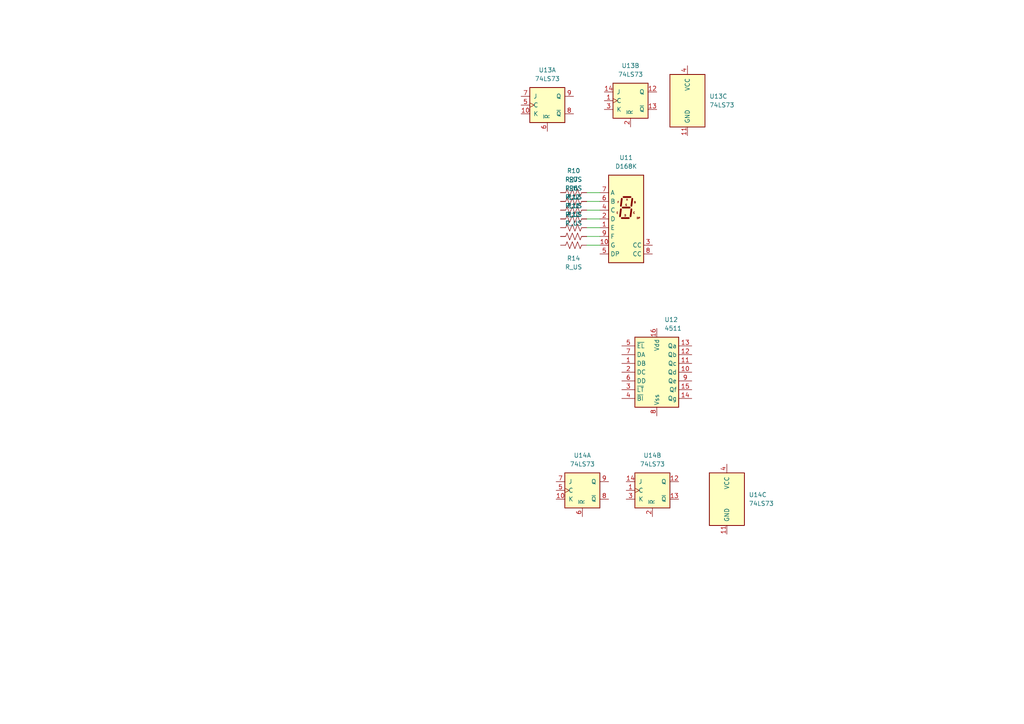
<source format=kicad_sch>
(kicad_sch (version 20230121) (generator eeschema)
  (paper "A4")
  (lib_symbols
    (symbol "4xxx_IEEE:4511"
      (property "Reference" "U" (at 8.89 11.43 0))
      (property "Value" "4511" (at 8.89 -11.43 0))
      (symbol "4511_0_1"
        (rectangle (start -6.35 10.16) (end 6.35 -10.16) (stroke (width 0.254)) (fill (type background)))
      )
      (symbol "4511_1_1"
        (pin input line (at -10.16 2.54 0) (length 3.81) (name "DB") (number "1"))
        (pin output line (at 10.16 0 180) (length 3.81) (name "Qd") (number "10"))
        (pin output line (at 10.16 2.54 180) (length 3.81) (name "Qc") (number "11"))
        (pin output line (at 10.16 5.08 180) (length 3.81) (name "Qb") (number "12"))
        (pin output line (at 10.16 7.62 180) (length 3.81) (name "Qa") (number "13"))
        (pin output line (at 10.16 -7.62 180) (length 3.81) (name "Qg") (number "14"))
        (pin output line (at 10.16 -5.08 180) (length 3.81) (name "Qf") (number "15"))
        (pin power_in line (at 0 12.7 270) (length 2.54) (name "Vdd") (number "16"))
        (pin input line (at -10.16 0 0) (length 3.81) (name "DC") (number "2"))
        (pin input line (at -10.16 -5.08 0) (length 3.81) (name "~{LT}") (number "3"))
        (pin input line (at -10.16 -7.62 0) (length 3.81) (name "~{BI}") (number "4"))
        (pin input line (at -10.16 7.62 0) (length 3.81) (name "~{EL}") (number "5"))
        (pin input line (at -10.16 -2.54 0) (length 3.81) (name "DD") (number "6"))
        (pin input line (at -10.16 5.08 0) (length 3.81) (name "DA") (number "7"))
        (pin power_in line (at 0 -12.7 90) (length 2.54) (name "Vss") (number "8"))
        (pin output line (at 10.16 -2.54 180) (length 3.81) (name "Qe") (number "9"))
      )
    )
    (symbol "74xx:74LS73" (pin_names (offset 1.016))
      (property "Reference" "U" (at -7.62 8.89 0))
      (property "Value" "74LS73" (at -7.62 -8.89 0))
      (symbol "74LS73_1_0"
        (pin input line (at -7.62 -2.54 0) (length 2.54) (name "K") (number "10"))
        (pin input clock (at -7.62 0 0) (length 2.54) (name "C") (number "5"))
        (pin input line (at 0 -7.62 90) (length 2.54) (name "~{R}") (number "6"))
        (pin input line (at -7.62 2.54 0) (length 2.54) (name "J") (number "7"))
        (pin output line (at 7.62 -2.54 180) (length 2.54) (name "~{Q}") (number "8"))
        (pin output line (at 7.62 2.54 180) (length 2.54) (name "Q") (number "9"))
      )
      (symbol "74LS73_1_1"
        (rectangle (start -5.08 5.08) (end 5.08 -5.08) (stroke (width 0.254)) (fill (type background)))
      )
      (symbol "74LS73_2_0"
        (pin input clock (at -7.62 0 0) (length 2.54) (name "C") (number "1"))
        (pin output line (at 7.62 2.54 180) (length 2.54) (name "Q") (number "12"))
        (pin output line (at 7.62 -2.54 180) (length 2.54) (name "~{Q}") (number "13"))
        (pin input line (at -7.62 2.54 0) (length 2.54) (name "J") (number "14"))
        (pin input line (at 0 -7.62 90) (length 2.54) (name "~{R}") (number "2"))
        (pin input line (at -7.62 -2.54 0) (length 2.54) (name "K") (number "3"))
      )
      (symbol "74LS73_2_1"
        (rectangle (start -5.08 5.08) (end 5.08 -5.08) (stroke (width 0.254)) (fill (type background)))
      )
      (symbol "74LS73_3_0"
        (pin power_in line (at 0 -10.16 90) (length 2.54) (name "GND") (number "11"))
        (pin power_in line (at 0 10.16 270) (length 2.54) (name "VCC") (number "4"))
      )
      (symbol "74LS73_3_1"
        (rectangle (start -5.08 7.62) (end 5.08 -7.62) (stroke (width 0.254)) (fill (type background)))
      )
    )
    (symbol "Device:R_US" (pin_numbers hide) (pin_names (offset 0))
      (property "Reference" "R" (at 2.54 0 90))
      (property "Value" "R_US" (at -2.54 0 90))
      (symbol "R_US_0_1"
        (polyline (pts (xy 0 -2.286) (xy 0 -2.54)))
        (polyline (pts (xy 0 2.286) (xy 0 2.54)))
        (polyline (pts (xy 0 -0.762) (xy 1.016 -1.143) (xy 0 -1.524) (xy -1.016 -1.905) (xy 0 -2.286)))
        (polyline (pts (xy 0 0.762) (xy 1.016 0.381) (xy 0 0) (xy -1.016 -0.381) (xy 0 -0.762)))
        (polyline (pts (xy 0 2.286) (xy 1.016 1.905) (xy 0 1.524) (xy -1.016 1.143) (xy 0 0.762)))
      )
      (symbol "R_US_1_1"
        (pin passive line (at 0 3.81 270) (length 1.27) (name "~") (number "1"))
        (pin passive line (at 0 -3.81 90) (length 1.27) (name "~") (number "2"))
      )
    )
    (symbol "Display_Character:D168K"
      (property "Reference" "U" (at -2.54 13.97 0))
      (property "Value" "D168K" (at 1.27 13.97 0))
      (symbol "D168K_0_0"
        (text "A" (at 0.254 5.588 0) (effects (font (size 0.508 0.508))))
        (text "B" (at 2.54 4.826 0) (effects (font (size 0.508 0.508))))
        (text "C" (at 2.286 1.778 0) (effects (font (size 0.508 0.508))))
        (text "D" (at -0.254 1.016 0) (effects (font (size 0.508 0.508))))
        (text "DP" (at 3.556 0.254 0) (effects (font (size 0.508 0.508))))
        (text "E" (at -2.54 1.778 0) (effects (font (size 0.508 0.508))))
        (text "F" (at -2.286 4.826 0) (effects (font (size 0.508 0.508))))
        (text "G" (at 0 4.064 0) (effects (font (size 0.508 0.508))))
      )
      (symbol "D168K_0_1"
        (rectangle (start -5.08 12.7) (end 5.08 -12.7) (stroke (width 0.254)) (fill (type background)))
        (polyline (pts (xy -1.524 2.794) (xy -1.778 0.762)) (stroke (width 0.508)))
        (polyline (pts (xy -1.27 0.254) (xy 0.762 0.254)) (stroke (width 0.508)))
        (polyline (pts (xy -1.27 5.842) (xy -1.524 3.81)) (stroke (width 0.508)))
        (polyline (pts (xy -1.016 3.302) (xy 1.016 3.302)) (stroke (width 0.508)))
        (polyline (pts (xy -0.762 6.35) (xy 1.27 6.35)) (stroke (width 0.508)))
        (polyline (pts (xy 1.524 2.794) (xy 1.27 0.762)) (stroke (width 0.508)))
        (polyline (pts (xy 1.778 5.842) (xy 1.524 3.81)) (stroke (width 0.508)))
        (polyline (pts (xy 2.54 0.254) (xy 2.54 0.254)) (stroke (width 0.508)))
      )
      (symbol "D168K_1_1"
        (pin input line (at -7.62 -2.54 0) (length 2.54) (name "E") (number "1"))
        (pin input line (at -7.62 -7.62 0) (length 2.54) (name "G") (number "10"))
        (pin input line (at -7.62 0 0) (length 2.54) (name "D") (number "2"))
        (pin input line (at 7.62 -7.62 180) (length 2.54) (name "CC") (number "3"))
        (pin input line (at -7.62 2.54 0) (length 2.54) (name "C") (number "4"))
        (pin input line (at -7.62 -10.16 0) (length 2.54) (name "DP") (number "5"))
        (pin input line (at -7.62 5.08 0) (length 2.54) (name "B") (number "6"))
        (pin input line (at -7.62 7.62 0) (length 2.54) (name "A") (number "7"))
        (pin input line (at 7.62 -10.16 180) (length 2.54) (name "CC") (number "8"))
        (pin input line (at -7.62 -5.08 0) (length 2.54) (name "F") (number "9"))
      )
    )
  )
  (wire (pts (xy 170.18 55.88) (xy 173.99 55.88)))
  (wire (pts (xy 170.18 71.12) (xy 173.99 71.12)))
  (wire (pts (xy 170.18 58.42) (xy 173.99 58.42)))
  (wire (pts (xy 170.18 63.5) (xy 173.99 63.5)))
  (wire (pts (xy 170.18 60.96) (xy 173.99 60.96)))
  (wire (pts (xy 170.18 66.04) (xy 173.99 66.04)))
  (wire (pts (xy 170.18 68.58) (xy 173.99 68.58)))
  (symbol (lib_id "Device:R_US") (at 166.37 63.5 90) (unit 1)
    (property "Reference" "R12" (at 166.37 57.15 90))
    (property "Value" "R_US" (at 166.37 59.69 90))
  )
  (symbol (lib_id "74xx:74LS73") (at 189.23 142.24 0) (unit 2)
    (property "Reference" "U14" (at 189.23 132.08 0))
    (property "Value" "74LS73" (at 189.23 134.62 0))
    (property "Datasheet" "http://www.ti.com/lit/gpn/sn74LS73" (effects hide))
  )
  (symbol (lib_id "Device:R_US") (at 166.37 68.58 90) (unit 1)
    (property "Reference" "R13" (at 166.37 62.23 90))
    (property "Value" "R_US" (at 166.37 64.77 90))
  )
  (symbol (lib_id "74xx:74LS73") (at 158.75 30.48 0) (unit 1)
    (property "Reference" "U13" (at 158.75 20.32 0))
    (property "Value" "74LS73" (at 158.75 22.86 0))
    (property "Datasheet" "http://www.ti.com/lit/gpn/sn74LS73" (effects hide))
  )
  (symbol (lib_id "74xx:74LS73") (at 199.39 29.21 0) (unit 3)
    (property "Reference" "U13" (at 205.74 27.94 0) (effects (justify left)))
    (property "Value" "74LS73" (at 205.74 30.48 0) (effects (justify left)))
    (property "Datasheet" "http://www.ti.com/lit/gpn/sn74LS73" (effects hide))
  )
  (symbol (lib_id "74xx:74LS73") (at 168.91 142.24 0) (unit 1)
    (property "Reference" "U14" (at 168.91 132.08 0))
    (property "Value" "74LS73" (at 168.91 134.62 0))
    (property "Datasheet" "http://www.ti.com/lit/gpn/sn74LS73" (effects hide))
  )
  (symbol (lib_id "74xx:74LS73") (at 182.88 29.21 0) (unit 2)
    (property "Reference" "U13" (at 182.88 19.05 0))
    (property "Value" "74LS73" (at 182.88 21.59 0))
    (property "Datasheet" "http://www.ti.com/lit/gpn/sn74LS73" (effects hide))
  )
  (symbol (lib_id "Device:R_US") (at 166.37 58.42 90) (unit 1)
    (property "Reference" "R7" (at 166.37 52.07 90))
    (property "Value" "R_US" (at 166.37 54.61 90))
  )
  (symbol (lib_id "Device:R_US") (at 166.37 60.96 90) (unit 1)
    (property "Reference" "R6" (at 166.37 54.61 90))
    (property "Value" "R_US" (at 166.37 57.15 90))
  )
  (symbol (lib_id "Device:R_US") (at 166.37 71.12 90) (unit 1)
    (property "Reference" "R14" (at 166.37 74.93 90))
    (property "Value" "R_US" (at 166.37 77.47 90))
  )
  (symbol (lib_id "74xx:74LS73") (at 210.82 144.78 0) (unit 3)
    (property "Reference" "U14" (at 217.17 143.51 0) (effects (justify left)))
    (property "Value" "74LS73" (at 217.17 146.05 0) (effects (justify left)))
    (property "Datasheet" "http://www.ti.com/lit/gpn/sn74LS73" (effects hide))
  )
  (symbol (lib_id "Device:R_US") (at 166.37 55.88 90) (unit 1)
    (property "Reference" "R10" (at 166.37 49.53 90))
    (property "Value" "R_US" (at 166.37 52.07 90))
  )
  (symbol (lib_id "Display_Character:D168K") (at 181.61 63.5 0) (unit 1)
    (property "Reference" "U11" (at 181.61 45.72 0))
    (property "Value" "D168K" (at 181.61 48.26 0))
    (property "Footprint" "Display_7Segment:D1X8K" (effects hide))
    (property "Datasheet" "https://ia800903.us.archive.org/24/items/CTKD1x8K/Cromatek%20D168K.pdf" (effects hide))
  )
  (symbol (lib_id "4xxx_IEEE:4511") (at 190.5 107.95 0) (unit 1)
    (property "Reference" "U12" (at 192.6941 92.71 0) (effects (justify left)))
    (property "Value" "4511" (at 192.6941 95.25 0) (effects (justify left)))
  )
  (symbol (lib_id "Device:R_US") (at 166.37 66.04 90) (unit 1)
    (property "Reference" "R11" (at 166.37 59.69 90))
    (property "Value" "R_US" (at 166.37 62.23 90))
  )
)
</source>
